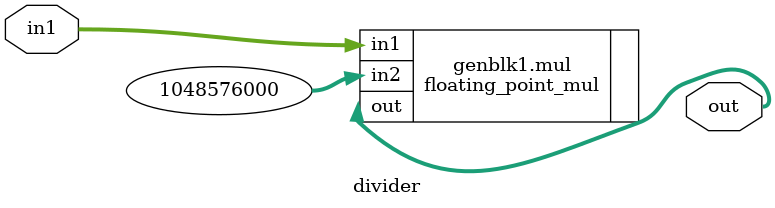
<source format=v>
`timescale 1ns / 1ps


module 
 divider #(parameter
	ARITH_TYPE = 0,
	DATA_WIDTH = 32,
	E          = 8,
	M          = 23
)
	(
    input [DATA_WIDTH-1:0] in1,
    output  [DATA_WIDTH-1:0] out
    );
	
	generate
		if (ARITH_TYPE)
			fixed_point_divider    #(.DATA_WIDTH(DATA_WIDTH), .INTEGER(E), .FRACTION(M)) div (.in1(in1), .out(out));
		else
			floating_point_mul #(.DATA_WIDTH(DATA_WIDTH), .E(E), .M(M)) mul (.in1(in1), .in2(32'b00111110100000000000000000000000), .out(out));
	endgenerate
	
endmodule

</source>
